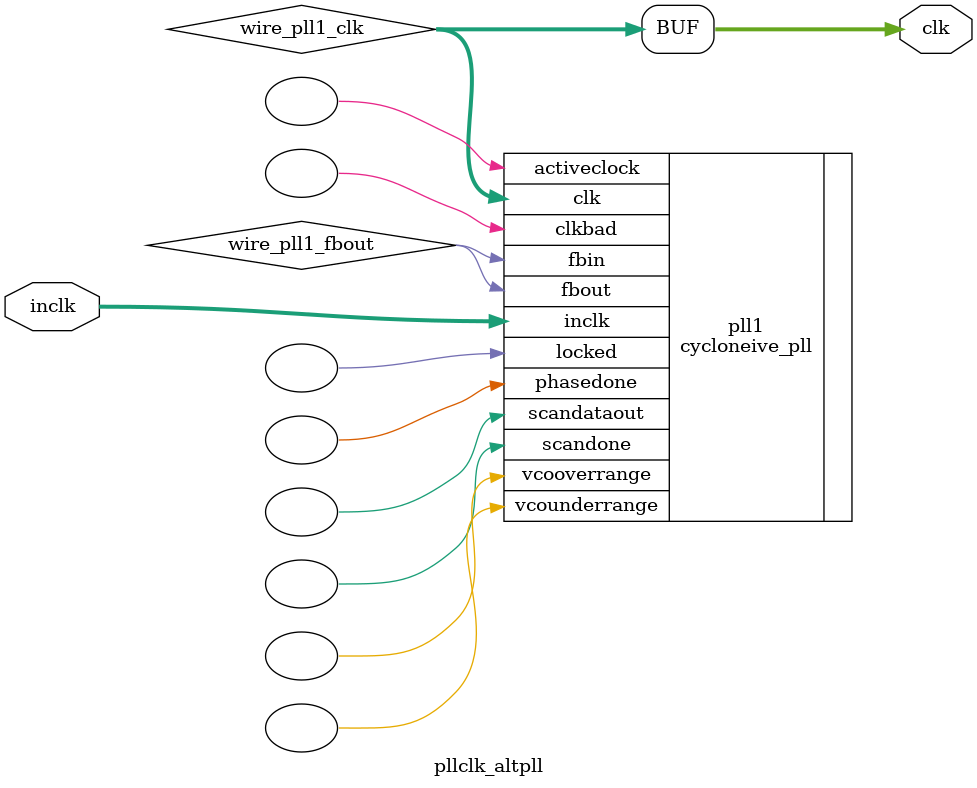
<source format=v>






//synthesis_resources = cycloneive_pll 1 
//synopsys translate_off
`timescale 1 ps / 1 ps
//synopsys translate_on
module  pllclk_altpll
	( 
	clk,
	inclk) /* synthesis synthesis_clearbox=1 */;
	output   [4:0]  clk;
	input   [1:0]  inclk;
`ifndef ALTERA_RESERVED_QIS
// synopsys translate_off
`endif
	tri0   [1:0]  inclk;
`ifndef ALTERA_RESERVED_QIS
// synopsys translate_on
`endif

	wire  [4:0]   wire_pll1_clk;
	wire  wire_pll1_fbout;

	cycloneive_pll   pll1
	( 
	.activeclock(),
	.clk(wire_pll1_clk),
	.clkbad(),
	.fbin(wire_pll1_fbout),
	.fbout(wire_pll1_fbout),
	.inclk(inclk),
	.locked(),
	.phasedone(),
	.scandataout(),
	.scandone(),
	.vcooverrange(),
	.vcounderrange()
	`ifndef FORMAL_VERIFICATION
	// synopsys translate_off
	`endif
	,
	.areset(1'b0),
	.clkswitch(1'b0),
	.configupdate(1'b0),
	.pfdena(1'b1),
	.phasecounterselect({3{1'b0}}),
	.phasestep(1'b0),
	.phaseupdown(1'b0),
	.scanclk(1'b0),
	.scanclkena(1'b1),
	.scandata(1'b0)
	`ifndef FORMAL_VERIFICATION
	// synopsys translate_on
	`endif
	);
	defparam
		pll1.bandwidth_type = "auto",
		pll1.clk0_divide_by = 20,
		pll1.clk0_duty_cycle = 50,
		pll1.clk0_multiply_by = 37,
		pll1.clk0_phase_shift = "0",
		pll1.clk1_divide_by = 20,
		pll1.clk1_duty_cycle = 50,
		pll1.clk1_multiply_by = 37,
		pll1.clk1_phase_shift = "7601",
		pll1.clk2_divide_by = 20,
		pll1.clk2_duty_cycle = 50,
		pll1.clk2_multiply_by = 37,
		pll1.clk2_phase_shift = "6757",
		pll1.compensate_clock = "clk0",
		pll1.inclk0_input_frequency = 25000,
		pll1.operation_mode = "normal",
		pll1.pll_type = "auto",
		pll1.lpm_type = "cycloneive_pll";
	assign
		clk = {wire_pll1_clk[4:0]};
endmodule //pllclk_altpll
//VALID FILE

</source>
